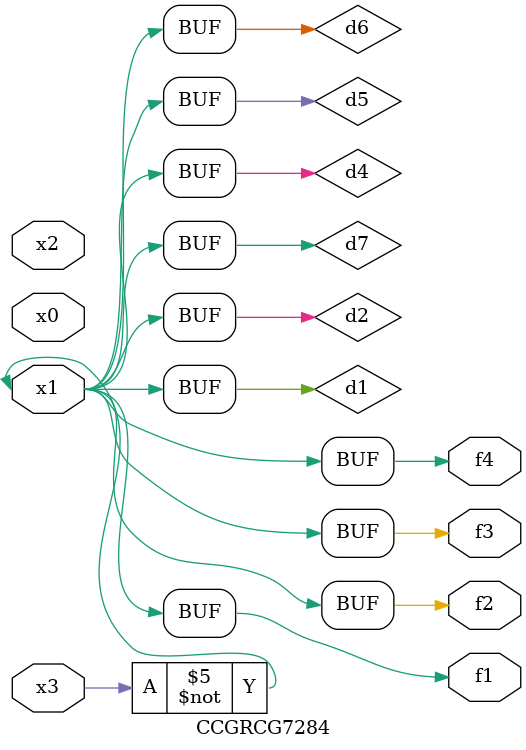
<source format=v>
module CCGRCG7284(
	input x0, x1, x2, x3,
	output f1, f2, f3, f4
);

	wire d1, d2, d3, d4, d5, d6, d7;

	not (d1, x3);
	buf (d2, x1);
	xnor (d3, d1, d2);
	nor (d4, d1);
	buf (d5, d1, d2);
	buf (d6, d4, d5);
	nand (d7, d4);
	assign f1 = d6;
	assign f2 = d7;
	assign f3 = d6;
	assign f4 = d6;
endmodule

</source>
